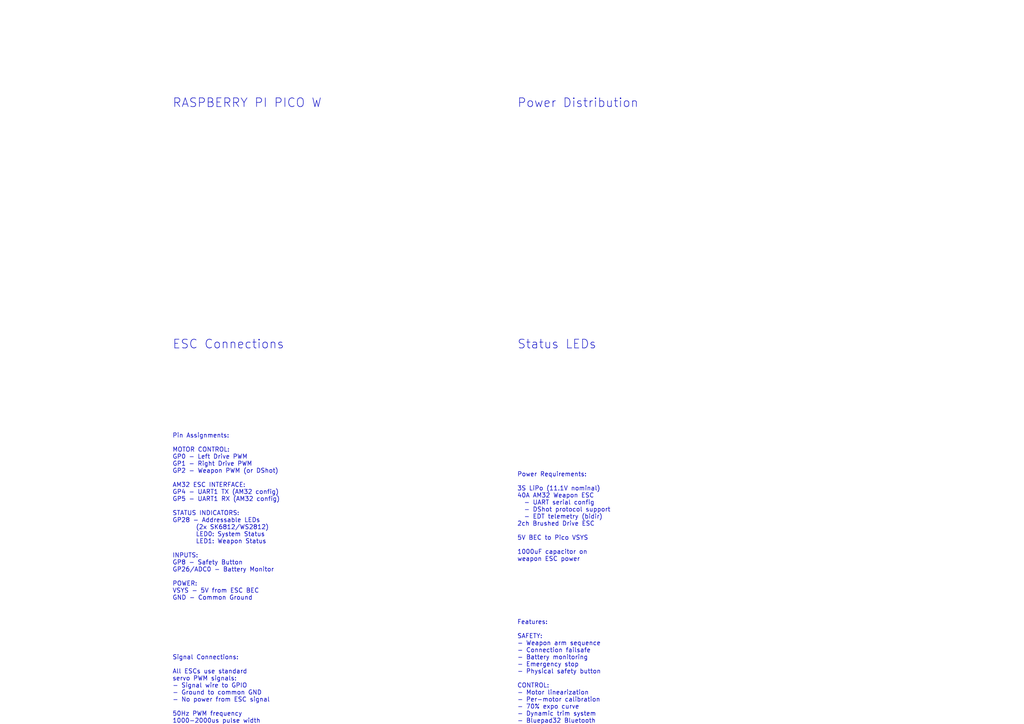
<source format=kicad_sch>
(kicad_sch
	(version 20250114)
	(generator "eeschema")
	(generator_version "9.0")
	(uuid "e63e39d7-6ac0-4ffd-8aa3-1841c4c47536")
	(paper "A4")
	(title_block
		(title "ThumbsUp - Antweight Combat Robot Control System")
		(date "2025-11-18")
		(rev "1.2")
		(company "ThumbsUp Robot")
		(comment 1 "Raspberry Pi Pico W with Bluepad32 Bluetooth controller")
		(comment 2 "3S LiPo powered with brushed drive motors and brushless weapon")
		(comment 3 "AM32 ESC integration with DShot and serial configuration")
	)
	(lib_symbols)
	(text "Power Requirements:\n\n3S LiPo (11.1V nominal)\n40A AM32 Weapon ESC\n  - UART serial config\n  - DShot protocol support\n  - EDT telemetry (bidir)\n2ch Brushed Drive ESC\n\n5V BEC to Pico VSYS\n\n1000uF capacitor on\nweapon ESC power"
		(exclude_from_sim no)
		(at 150 150 0)
		(effects
			(font
				(size 1.27 1.27)
			)
			(justify left)
		)
		(uuid "11f8afd7-885e-4798-808d-e9fb90c0ba3e")
	)
	(text "Pin Assignments:\n\nMOTOR CONTROL:\nGP0 - Left Drive PWM\nGP1 - Right Drive PWM\nGP2 - Weapon PWM (or DShot)\n\nAM32 ESC INTERFACE:\nGP4 - UART1 TX (AM32 config)\nGP5 - UART1 RX (AM32 config)\n\nSTATUS INDICATORS:\nGP28 - Addressable LEDs\n       (2x SK6812/WS2812)\n       LED0: System Status\n       LED1: Weapon Status\n\nINPUTS:\nGP8 - Safety Button\nGP26/ADC0 - Battery Monitor\n\nPOWER:\nVSYS - 5V from ESC BEC\nGND - Common Ground"
		(exclude_from_sim no)
		(at 50 150 0)
		(effects
			(font
				(size 1.27 1.27)
			)
			(justify left)
		)
		(uuid "12939425-7704-4e35-a6b0-ca112310a370")
	)
	(text "Signal Connections:\n\nAll ESCs use standard\nservo PWM signals:\n- Signal wire to GPIO\n- Ground to common GND\n- No power from ESC signal\n\n50Hz PWM frequency\n1000-2000us pulse width"
		(exclude_from_sim no)
		(at 50 200 0)
		(effects
			(font
				(size 1.27 1.27)
			)
			(justify left)
		)
		(uuid "23942eba-ac33-434b-888e-b7b6542c448f")
	)
	(text "Power Distribution"
		(exclude_from_sim no)
		(at 150 30 0)
		(effects
			(font
				(size 2.54 2.54)
			)
			(justify left)
		)
		(uuid "2b24c9e1-76ea-488b-acb8-21c92e23f713")
	)
	(text "ESC Connections"
		(exclude_from_sim no)
		(at 50 100 0)
		(effects
			(font
				(size 2.54 2.54)
			)
			(justify left)
		)
		(uuid "52580525-0cbc-4099-b0e9-a9ff8750ce7c")
	)
	(text "Status LEDs"
		(exclude_from_sim no)
		(at 150 100 0)
		(effects
			(font
				(size 2.54 2.54)
			)
			(justify left)
		)
		(uuid "5c0a7b3d-f9a5-437f-97b1-eb855e898e2f")
	)
	(text "RASPBERRY PI PICO W"
		(exclude_from_sim no)
		(at 50 30 0)
		(effects
			(font
				(size 2.54 2.54)
			)
			(justify left)
		)
		(uuid "c2b49027-c5fc-48e5-a347-5e71dc01f656")
	)
	(text "Features:\n\nSAFETY:\n- Weapon arm sequence\n- Connection failsafe\n- Battery monitoring\n- Emergency stop\n- Physical safety button\n\nCONTROL:\n- Motor linearization\n- Per-motor calibration\n- 70% expo curve\n- Dynamic trim system\n- Bluepad32 Bluetooth\n\nCALIBRATION:\n- Hold X+Y to enter\n- Auto-stepping PWM\n- Measured: 805 RPM max"
		(exclude_from_sim no)
		(at 150 200 0)
		(effects
			(font
				(size 1.27 1.27)
			)
			(justify left)
		)
		(uuid "de674748-4982-4f3e-ae26-8d4d2524507b")
	)
	(sheet_instances
		(path "/"
			(page "1")
		)
	)
	(embedded_fonts no)
)

</source>
